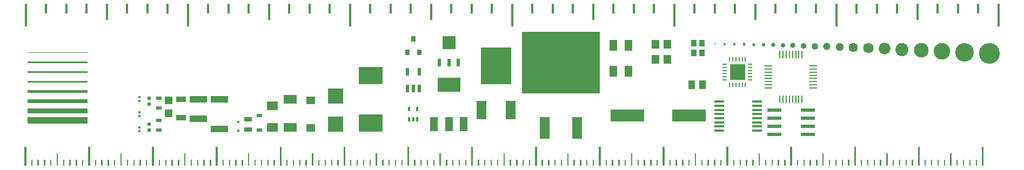
<source format=gtl>
G04*
G04 #@! TF.GenerationSoftware,Altium Limited,Altium Designer,19.0.14 (431)*
G04*
G04 Layer_Physical_Order=1*
G04 Layer_Color=255*
%FSLAX44Y44*%
%MOMM*%
G71*
G01*
G75*
%ADD17R,0.6000X0.5001*%
%ADD18R,5.3340X1.9304*%
%ADD19R,12.2001X9.7500*%
%ADD20R,1.6000X3.5001*%
%ADD21R,1.1999X1.8001*%
%ADD22R,0.5799X1.1999*%
%ADD23R,2.0000X2.0000*%
%ADD24R,0.8001X0.8999*%
%ADD25R,0.5499X1.1999*%
%ADD26R,0.4001X0.7501*%
%ADD27R,1.2192X2.2352*%
%ADD28R,3.5999X2.1999*%
%ADD29R,2.1001X1.4001*%
%ADD30R,0.8999X0.6000*%
%ADD31R,1.3000X1.1999*%
%ADD32R,1.6000X0.8999*%
%ADD33R,2.8001X1.0000*%
%ADD34R,2.8001X1.0000*%
%ADD35R,0.3500X0.3500*%
%ADD36R,1.1999X0.8001*%
%ADD37R,0.8301X0.6299*%
%ADD38R,1.8001X1.4001*%
%ADD39R,1.4699X1.2700*%
%ADD40R,2.4001X2.4001*%
%ADD41R,3.8001X2.8001*%
%ADD42R,1.6000X3.0000*%
%ADD43R,4.8260X5.7150*%
%ADD44R,1.1430X0.2540*%
%ADD45R,0.2540X1.1430*%
%ADD46R,2.2098X0.6096*%
%ADD47R,0.8001X0.2499*%
%ADD48R,0.2499X0.8001*%
%ADD49R,1.6000X0.3500*%
%ADD50R,0.3000X0.3000*%
%ADD51R,1.0000X1.4001*%
%ADD52R,0.8999X1.0500*%
%ADD53R,1.1999X1.4001*%
%ADD112C,3.2601*%
%ADD113C,2.9101*%
%ADD114C,2.5900*%
%ADD115C,2.3000*%
%ADD116C,2.0500*%
%ADD117C,1.8301*%
%ADD118C,1.6299*%
%ADD119C,1.4501*%
%ADD120C,1.2901*%
%ADD121C,1.1501*%
%ADD122C,1.0201*%
%ADD123C,0.9121*%
%ADD124C,0.8120*%
%ADD125C,0.7229*%
%ADD126C,0.6439*%
%ADD127C,0.5730*%
%ADD128C,0.5111*%
%ADD129C,0.4549*%
%ADD130C,0.4049*%
%ADD131C,0.3609*%
%ADD132C,0.3211*%
G36*
X1506451Y238999D02*
X1503449D01*
Y254000D01*
X1506451D01*
Y238999D01*
D02*
G37*
G36*
X1474701D02*
X1471699D01*
Y254000D01*
X1474701D01*
Y238999D01*
D02*
G37*
G36*
X1442951D02*
X1439949D01*
Y254000D01*
X1442951D01*
Y238999D01*
D02*
G37*
G36*
X1379451D02*
X1376449D01*
Y254000D01*
X1379451D01*
Y238999D01*
D02*
G37*
G36*
X1347701D02*
X1344699D01*
Y254000D01*
X1347701D01*
Y238999D01*
D02*
G37*
G36*
X1315951D02*
X1312949D01*
Y254000D01*
X1315951D01*
Y238999D01*
D02*
G37*
G36*
X1252451D02*
X1249449D01*
Y254000D01*
X1252451D01*
Y238999D01*
D02*
G37*
G36*
X1220701D02*
X1217699D01*
Y254000D01*
X1220701D01*
Y238999D01*
D02*
G37*
G36*
X1188951D02*
X1185949D01*
Y254000D01*
X1188951D01*
Y238999D01*
D02*
G37*
G36*
X1125451D02*
X1122449D01*
Y254000D01*
X1125451D01*
Y238999D01*
D02*
G37*
G36*
X1093701D02*
X1090699D01*
Y254000D01*
X1093701D01*
Y238999D01*
D02*
G37*
G36*
X1061951D02*
X1058949D01*
Y254000D01*
X1061951D01*
Y238999D01*
D02*
G37*
G36*
X998451D02*
X995449D01*
Y254000D01*
X998451D01*
Y238999D01*
D02*
G37*
G36*
X966701D02*
X963699D01*
Y254000D01*
X966701D01*
Y238999D01*
D02*
G37*
G36*
X934951D02*
X931949D01*
Y254000D01*
X934951D01*
Y238999D01*
D02*
G37*
G36*
X871451D02*
X868449D01*
Y254000D01*
X871451D01*
Y238999D01*
D02*
G37*
G36*
X839701D02*
X836699D01*
Y254000D01*
X839701D01*
Y238999D01*
D02*
G37*
G36*
X807951D02*
X804949D01*
Y254000D01*
X807951D01*
Y238999D01*
D02*
G37*
G36*
X744451D02*
X741449D01*
Y254000D01*
X744451D01*
Y238999D01*
D02*
G37*
G36*
X712701D02*
X709699D01*
Y254000D01*
X712701D01*
Y238999D01*
D02*
G37*
G36*
X680951D02*
X677949D01*
Y254000D01*
X680951D01*
Y238999D01*
D02*
G37*
G36*
X617451D02*
X614449D01*
Y254000D01*
X617451D01*
Y238999D01*
D02*
G37*
G36*
X585701D02*
X582699D01*
Y254000D01*
X585701D01*
Y238999D01*
D02*
G37*
G36*
X553951D02*
X550949D01*
Y254000D01*
X553951D01*
Y238999D01*
D02*
G37*
G36*
X490451D02*
X487449D01*
Y254000D01*
X490451D01*
Y238999D01*
D02*
G37*
G36*
X458701D02*
X455699D01*
Y254000D01*
X458701D01*
Y238999D01*
D02*
G37*
G36*
X426951D02*
X423949D01*
Y254000D01*
X426951D01*
Y238999D01*
D02*
G37*
G36*
X363451D02*
X360449D01*
Y254000D01*
X363451D01*
Y238999D01*
D02*
G37*
G36*
X331701D02*
X328699D01*
Y254000D01*
X331701D01*
Y238999D01*
D02*
G37*
G36*
X299951D02*
X296949D01*
Y254000D01*
X299951D01*
Y238999D01*
D02*
G37*
G36*
X236451D02*
X233449D01*
Y254000D01*
X236451D01*
Y238999D01*
D02*
G37*
G36*
X204701D02*
X201699D01*
Y254000D01*
X204701D01*
Y238999D01*
D02*
G37*
G36*
X172951D02*
X169949D01*
Y254000D01*
X172951D01*
Y238999D01*
D02*
G37*
G36*
X109451D02*
X106449D01*
Y254000D01*
X109451D01*
Y238999D01*
D02*
G37*
G36*
X77701D02*
X74699D01*
Y254000D01*
X77701D01*
Y238999D01*
D02*
G37*
G36*
X45951D02*
X42949D01*
Y254000D01*
X45951D01*
Y238999D01*
D02*
G37*
G36*
X1411201Y228999D02*
X1408199D01*
Y254000D01*
X1411201D01*
Y228999D01*
D02*
G37*
G36*
X1157201D02*
X1154199D01*
Y254000D01*
X1157201D01*
Y228999D01*
D02*
G37*
G36*
X903201D02*
X900199D01*
Y254000D01*
X903201D01*
Y228999D01*
D02*
G37*
G36*
X649201D02*
X646199D01*
Y254000D01*
X649201D01*
Y228999D01*
D02*
G37*
G36*
X395201D02*
X392199D01*
Y254000D01*
X395201D01*
Y228999D01*
D02*
G37*
G36*
X141201D02*
X138199D01*
Y254000D01*
X141201D01*
Y228999D01*
D02*
G37*
G36*
X1538201Y218999D02*
X1535199D01*
Y254000D01*
X1538201D01*
Y218999D01*
D02*
G37*
G36*
X1284201D02*
X1281199D01*
Y254000D01*
X1284201D01*
Y218999D01*
D02*
G37*
G36*
X1030201D02*
X1027199D01*
Y254000D01*
X1030201D01*
Y218999D01*
D02*
G37*
G36*
X776201D02*
X773199D01*
Y254000D01*
X776201D01*
Y218999D01*
D02*
G37*
G36*
X522201D02*
X519199D01*
Y254000D01*
X522201D01*
Y218999D01*
D02*
G37*
G36*
X268201D02*
X265199D01*
Y254000D01*
X268201D01*
Y218999D01*
D02*
G37*
G36*
X14201D02*
X11199D01*
Y254000D01*
X14201D01*
Y218999D01*
D02*
G37*
G36*
X109220Y177038D02*
X15240D01*
Y178562D01*
X109220D01*
Y177038D01*
D02*
G37*
G36*
Y161544D02*
X15240D01*
Y163576D01*
X109220D01*
Y161544D01*
D02*
G37*
G36*
Y146050D02*
X15240D01*
Y148590D01*
X109220D01*
Y146050D01*
D02*
G37*
G36*
X1139759Y135321D02*
X1115761D01*
Y159319D01*
X1139759D01*
Y135321D01*
D02*
G37*
G36*
X109220Y130556D02*
X15240D01*
Y133604D01*
X109220D01*
Y130556D01*
D02*
G37*
G36*
Y114554D02*
X15240D01*
Y119126D01*
X109220D01*
Y114554D01*
D02*
G37*
G36*
Y98298D02*
X15240D01*
Y104394D01*
X109220D01*
Y98298D01*
D02*
G37*
G36*
Y82550D02*
X15240D01*
Y90170D01*
X109220D01*
Y82550D01*
D02*
G37*
G36*
Y66040D02*
X15240D01*
Y76200D01*
X109220D01*
Y66040D01*
D02*
G37*
G36*
X1513502Y0D02*
X1510502D01*
Y30000D01*
X1513502D01*
Y0D01*
D02*
G37*
G36*
X1503002D02*
X1501000D01*
Y10000D01*
X1503002D01*
Y0D01*
D02*
G37*
G36*
X1493002D02*
X1491000D01*
Y10000D01*
X1493002D01*
Y0D01*
D02*
G37*
G36*
X1483002D02*
X1481000D01*
Y10000D01*
X1483002D01*
Y0D01*
D02*
G37*
G36*
X1473002D02*
X1471000D01*
Y10000D01*
X1473002D01*
Y0D01*
D02*
G37*
G36*
X1463002D02*
X1461000D01*
Y20000D01*
X1463002D01*
Y0D01*
D02*
G37*
G36*
X1453002D02*
X1451000D01*
Y10000D01*
X1453002D01*
Y0D01*
D02*
G37*
G36*
X1443002D02*
X1441000D01*
Y10000D01*
X1443002D01*
Y0D01*
D02*
G37*
G36*
X1433002D02*
X1431000D01*
Y10000D01*
X1433002D01*
Y0D01*
D02*
G37*
G36*
X1423002D02*
X1421001D01*
Y10000D01*
X1423002D01*
Y0D01*
D02*
G37*
G36*
X1413502D02*
X1410500D01*
Y30000D01*
X1413502D01*
Y0D01*
D02*
G37*
G36*
X1403000D02*
X1400998D01*
Y10000D01*
X1403000D01*
Y0D01*
D02*
G37*
G36*
X1393000D02*
X1390998D01*
Y10000D01*
X1393000D01*
Y0D01*
D02*
G37*
G36*
X1383000D02*
X1380998D01*
Y10000D01*
X1383000D01*
Y0D01*
D02*
G37*
G36*
X1373000D02*
X1370998D01*
Y10000D01*
X1373000D01*
Y0D01*
D02*
G37*
G36*
X1363000D02*
X1360998D01*
Y20000D01*
X1363000D01*
Y0D01*
D02*
G37*
G36*
X1353000D02*
X1350998D01*
Y10000D01*
X1353000D01*
Y0D01*
D02*
G37*
G36*
X1343000D02*
X1340998D01*
Y10000D01*
X1343000D01*
Y0D01*
D02*
G37*
G36*
X1333000D02*
X1330998D01*
Y10000D01*
X1333000D01*
Y0D01*
D02*
G37*
G36*
X1323000D02*
X1320998D01*
Y10000D01*
X1323000D01*
Y0D01*
D02*
G37*
G36*
X1313500D02*
X1310498D01*
Y30000D01*
X1313500D01*
Y0D01*
D02*
G37*
G36*
X1303000D02*
X1300998D01*
Y10000D01*
X1303000D01*
Y0D01*
D02*
G37*
G36*
X1293000D02*
X1290998D01*
Y10000D01*
X1293000D01*
Y0D01*
D02*
G37*
G36*
X1283000D02*
X1280998D01*
Y10000D01*
X1283000D01*
Y0D01*
D02*
G37*
G36*
X1273000D02*
X1270998D01*
Y10000D01*
X1273000D01*
Y0D01*
D02*
G37*
G36*
X1263000D02*
X1260998D01*
Y20000D01*
X1263000D01*
Y0D01*
D02*
G37*
G36*
X1253000D02*
X1250998D01*
Y10000D01*
X1253000D01*
Y0D01*
D02*
G37*
G36*
X1243000D02*
X1240998D01*
Y10000D01*
X1243000D01*
Y0D01*
D02*
G37*
G36*
X1233000D02*
X1230998D01*
Y10000D01*
X1233000D01*
Y0D01*
D02*
G37*
G36*
X1223000D02*
X1220998D01*
Y10000D01*
X1223000D01*
Y0D01*
D02*
G37*
G36*
X1213500D02*
X1210498D01*
Y30000D01*
X1213500D01*
Y0D01*
D02*
G37*
G36*
X1203000D02*
X1200998D01*
Y10000D01*
X1203000D01*
Y0D01*
D02*
G37*
G36*
X1193000D02*
X1190998D01*
Y10000D01*
X1193000D01*
Y0D01*
D02*
G37*
G36*
X1183000D02*
X1180998D01*
Y10000D01*
X1183000D01*
Y0D01*
D02*
G37*
G36*
X1173000D02*
X1170998D01*
Y10000D01*
X1173000D01*
Y0D01*
D02*
G37*
G36*
X1163000D02*
X1160998D01*
Y20000D01*
X1163000D01*
Y0D01*
D02*
G37*
G36*
X1153000D02*
X1150999D01*
Y10000D01*
X1153000D01*
Y0D01*
D02*
G37*
G36*
X1143000D02*
X1140999D01*
Y10000D01*
X1143000D01*
Y0D01*
D02*
G37*
G36*
X1133000D02*
X1130999D01*
Y10000D01*
X1133000D01*
Y0D01*
D02*
G37*
G36*
X1123000D02*
X1120999D01*
Y10000D01*
X1123000D01*
Y0D01*
D02*
G37*
G36*
X1113500D02*
X1110498D01*
Y30000D01*
X1113500D01*
Y0D01*
D02*
G37*
G36*
X1103000D02*
X1100999D01*
Y10000D01*
X1103000D01*
Y0D01*
D02*
G37*
G36*
X1093000D02*
X1090999D01*
Y10000D01*
X1093000D01*
Y0D01*
D02*
G37*
G36*
X1083000D02*
X1080999D01*
Y10000D01*
X1083000D01*
Y0D01*
D02*
G37*
G36*
X1073000D02*
X1070999D01*
Y10000D01*
X1073000D01*
Y0D01*
D02*
G37*
G36*
X1063000D02*
X1060999D01*
Y20000D01*
X1063000D01*
Y0D01*
D02*
G37*
G36*
X1053000D02*
X1050999D01*
Y10000D01*
X1053000D01*
Y0D01*
D02*
G37*
G36*
X1043000D02*
X1040999D01*
Y10000D01*
X1043000D01*
Y0D01*
D02*
G37*
G36*
X1033000D02*
X1030999D01*
Y10000D01*
X1033000D01*
Y0D01*
D02*
G37*
G36*
X1023000D02*
X1020999D01*
Y10000D01*
X1023000D01*
Y0D01*
D02*
G37*
G36*
X1013501D02*
X1010498D01*
Y30000D01*
X1013501D01*
Y0D01*
D02*
G37*
G36*
X1003000D02*
X1000999D01*
Y10000D01*
X1003000D01*
Y0D01*
D02*
G37*
G36*
X993000D02*
X990999D01*
Y10000D01*
X993000D01*
Y0D01*
D02*
G37*
G36*
X983000D02*
X980999D01*
Y10000D01*
X983000D01*
Y0D01*
D02*
G37*
G36*
X973000D02*
X970999D01*
Y10000D01*
X973000D01*
Y0D01*
D02*
G37*
G36*
X963000D02*
X960999D01*
Y20000D01*
X963000D01*
Y0D01*
D02*
G37*
G36*
X953000D02*
X950999D01*
Y10000D01*
X953000D01*
Y0D01*
D02*
G37*
G36*
X943000D02*
X940999D01*
Y10000D01*
X943000D01*
Y0D01*
D02*
G37*
G36*
X933000D02*
X930999D01*
Y10000D01*
X933000D01*
Y0D01*
D02*
G37*
G36*
X923000D02*
X920999D01*
Y10000D01*
X923000D01*
Y0D01*
D02*
G37*
G36*
X913501D02*
X910499D01*
Y30000D01*
X913501D01*
Y0D01*
D02*
G37*
G36*
X903000D02*
X900999D01*
Y10000D01*
X903000D01*
Y0D01*
D02*
G37*
G36*
X893000D02*
X890999D01*
Y10000D01*
X893000D01*
Y0D01*
D02*
G37*
G36*
X883000D02*
X880999D01*
Y10000D01*
X883000D01*
Y0D01*
D02*
G37*
G36*
X873000D02*
X870999D01*
Y10000D01*
X873000D01*
Y0D01*
D02*
G37*
G36*
X863001D02*
X860999D01*
Y20000D01*
X863001D01*
Y0D01*
D02*
G37*
G36*
X853001D02*
X850999D01*
Y10000D01*
X853001D01*
Y0D01*
D02*
G37*
G36*
X843001D02*
X840999D01*
Y10000D01*
X843001D01*
Y0D01*
D02*
G37*
G36*
X833001D02*
X830999D01*
Y10000D01*
X833001D01*
Y0D01*
D02*
G37*
G36*
X823001D02*
X820999D01*
Y10000D01*
X823001D01*
Y0D01*
D02*
G37*
G36*
X813501D02*
X810499D01*
Y30000D01*
X813501D01*
Y0D01*
D02*
G37*
G36*
X803001D02*
X800999D01*
Y10000D01*
X803001D01*
Y0D01*
D02*
G37*
G36*
X793001D02*
X790999D01*
Y10000D01*
X793001D01*
Y0D01*
D02*
G37*
G36*
X783001D02*
X780999D01*
Y10000D01*
X783001D01*
Y0D01*
D02*
G37*
G36*
X773001D02*
X770999D01*
Y10000D01*
X773001D01*
Y0D01*
D02*
G37*
G36*
X763001D02*
X760999D01*
Y20000D01*
X763001D01*
Y0D01*
D02*
G37*
G36*
X753001D02*
X750999D01*
Y10000D01*
X753001D01*
Y0D01*
D02*
G37*
G36*
X743001D02*
X740999D01*
Y10000D01*
X743001D01*
Y0D01*
D02*
G37*
G36*
X733001D02*
X730999D01*
Y10000D01*
X733001D01*
Y0D01*
D02*
G37*
G36*
X723001D02*
X720999D01*
Y10000D01*
X723001D01*
Y0D01*
D02*
G37*
G36*
X713501D02*
X710499D01*
Y30000D01*
X713501D01*
Y0D01*
D02*
G37*
G36*
X703001D02*
X700999D01*
Y10000D01*
X703001D01*
Y0D01*
D02*
G37*
G36*
X693001D02*
X690999D01*
Y10000D01*
X693001D01*
Y0D01*
D02*
G37*
G36*
X683001D02*
X680999D01*
Y10000D01*
X683001D01*
Y0D01*
D02*
G37*
G36*
X673001D02*
X670999D01*
Y10000D01*
X673001D01*
Y0D01*
D02*
G37*
G36*
X663001D02*
X660999D01*
Y20000D01*
X663001D01*
Y0D01*
D02*
G37*
G36*
X653001D02*
X651000D01*
Y10000D01*
X653001D01*
Y0D01*
D02*
G37*
G36*
X643001D02*
X641000D01*
Y10000D01*
X643001D01*
Y0D01*
D02*
G37*
G36*
X633001D02*
X630999D01*
Y10000D01*
X633001D01*
Y0D01*
D02*
G37*
G36*
X623001D02*
X620999D01*
Y10000D01*
X623001D01*
Y0D01*
D02*
G37*
G36*
X613501D02*
X610499D01*
Y30000D01*
X613501D01*
Y0D01*
D02*
G37*
G36*
X603001D02*
X601000D01*
Y10000D01*
X603001D01*
Y0D01*
D02*
G37*
G36*
X593001D02*
X591000D01*
Y10000D01*
X593001D01*
Y0D01*
D02*
G37*
G36*
X583001D02*
X581000D01*
Y10000D01*
X583001D01*
Y0D01*
D02*
G37*
G36*
X573001D02*
X571000D01*
Y10000D01*
X573001D01*
Y0D01*
D02*
G37*
G36*
X563001D02*
X561000D01*
Y20000D01*
X563001D01*
Y0D01*
D02*
G37*
G36*
X553001D02*
X551000D01*
Y10000D01*
X553001D01*
Y0D01*
D02*
G37*
G36*
X543001D02*
X541000D01*
Y10000D01*
X543001D01*
Y0D01*
D02*
G37*
G36*
X533001D02*
X531000D01*
Y10000D01*
X533001D01*
Y0D01*
D02*
G37*
G36*
X523001D02*
X521000D01*
Y10000D01*
X523001D01*
Y0D01*
D02*
G37*
G36*
X513502D02*
X510499D01*
Y30000D01*
X513502D01*
Y0D01*
D02*
G37*
G36*
X503001D02*
X501000D01*
Y10000D01*
X503001D01*
Y0D01*
D02*
G37*
G36*
X493001D02*
X491000D01*
Y10000D01*
X493001D01*
Y0D01*
D02*
G37*
G36*
X483001D02*
X481000D01*
Y10000D01*
X483001D01*
Y0D01*
D02*
G37*
G36*
X473001D02*
X471000D01*
Y10000D01*
X473001D01*
Y0D01*
D02*
G37*
G36*
X463001D02*
X461000D01*
Y20000D01*
X463001D01*
Y0D01*
D02*
G37*
G36*
X453001D02*
X451000D01*
Y10000D01*
X453001D01*
Y0D01*
D02*
G37*
G36*
X443001D02*
X441000D01*
Y10000D01*
X443001D01*
Y0D01*
D02*
G37*
G36*
X433001D02*
X431000D01*
Y10000D01*
X433001D01*
Y0D01*
D02*
G37*
G36*
X423001D02*
X421000D01*
Y10000D01*
X423001D01*
Y0D01*
D02*
G37*
G36*
X413502D02*
X410500D01*
Y30000D01*
X413502D01*
Y0D01*
D02*
G37*
G36*
X403002D02*
X401000D01*
Y10000D01*
X403002D01*
Y0D01*
D02*
G37*
G36*
X393002D02*
X391000D01*
Y10000D01*
X393002D01*
Y0D01*
D02*
G37*
G36*
X383002D02*
X381000D01*
Y10000D01*
X383002D01*
Y0D01*
D02*
G37*
G36*
X373002D02*
X371000D01*
Y10000D01*
X373002D01*
Y0D01*
D02*
G37*
G36*
X363002D02*
X361000D01*
Y20000D01*
X363002D01*
Y0D01*
D02*
G37*
G36*
X353002D02*
X351000D01*
Y10000D01*
X353002D01*
Y0D01*
D02*
G37*
G36*
X343002D02*
X341000D01*
Y10000D01*
X343002D01*
Y0D01*
D02*
G37*
G36*
X333002D02*
X331000D01*
Y10000D01*
X333002D01*
Y0D01*
D02*
G37*
G36*
X323002D02*
X321000D01*
Y10000D01*
X323002D01*
Y0D01*
D02*
G37*
G36*
X313502D02*
X310500D01*
Y30000D01*
X313502D01*
Y0D01*
D02*
G37*
G36*
X303002D02*
X301000D01*
Y10000D01*
X303002D01*
Y0D01*
D02*
G37*
G36*
X293002D02*
X291000D01*
Y10000D01*
X293002D01*
Y0D01*
D02*
G37*
G36*
X283002D02*
X281000D01*
Y10000D01*
X283002D01*
Y0D01*
D02*
G37*
G36*
X273002D02*
X271000D01*
Y10000D01*
X273002D01*
Y0D01*
D02*
G37*
G36*
X263002D02*
X261000D01*
Y20000D01*
X263002D01*
Y0D01*
D02*
G37*
G36*
X253002D02*
X251000D01*
Y10000D01*
X253002D01*
Y0D01*
D02*
G37*
G36*
X243002D02*
X241000D01*
Y10000D01*
X243002D01*
Y0D01*
D02*
G37*
G36*
X233002D02*
X231000D01*
Y10000D01*
X233002D01*
Y0D01*
D02*
G37*
G36*
X223002D02*
X221000D01*
Y10000D01*
X223002D01*
Y0D01*
D02*
G37*
G36*
X213502D02*
X210500D01*
Y30000D01*
X213502D01*
Y0D01*
D02*
G37*
G36*
X202999D02*
X200998D01*
Y10000D01*
X202999D01*
Y0D01*
D02*
G37*
G36*
X192999D02*
X190998D01*
Y10000D01*
X192999D01*
Y0D01*
D02*
G37*
G36*
X182999D02*
X180998D01*
Y10000D01*
X182999D01*
Y0D01*
D02*
G37*
G36*
X172999D02*
X170998D01*
Y10000D01*
X172999D01*
Y0D01*
D02*
G37*
G36*
X162999D02*
X160998D01*
Y20000D01*
X162999D01*
Y0D01*
D02*
G37*
G36*
X152999D02*
X150998D01*
Y10000D01*
X152999D01*
Y0D01*
D02*
G37*
G36*
X142999D02*
X140998D01*
Y10000D01*
X142999D01*
Y0D01*
D02*
G37*
G36*
X132999D02*
X130998D01*
Y10000D01*
X132999D01*
Y0D01*
D02*
G37*
G36*
X122999D02*
X120998D01*
Y10000D01*
X122999D01*
Y0D01*
D02*
G37*
G36*
X113500D02*
X110498D01*
Y30000D01*
X113500D01*
Y0D01*
D02*
G37*
G36*
X102999D02*
X100998D01*
Y10000D01*
X102999D01*
Y0D01*
D02*
G37*
G36*
X93000D02*
X90998D01*
Y10000D01*
X93000D01*
Y0D01*
D02*
G37*
G36*
X83000D02*
X80998D01*
Y10000D01*
X83000D01*
Y0D01*
D02*
G37*
G36*
X73000D02*
X70998D01*
Y10000D01*
X73000D01*
Y0D01*
D02*
G37*
G36*
X63000D02*
X60998D01*
Y20000D01*
X63000D01*
Y0D01*
D02*
G37*
G36*
X53000D02*
X50998D01*
Y10000D01*
X53000D01*
Y0D01*
D02*
G37*
G36*
X43000D02*
X40998D01*
Y10000D01*
X43000D01*
Y0D01*
D02*
G37*
G36*
X33000D02*
X30998D01*
Y10000D01*
X33000D01*
Y0D01*
D02*
G37*
G36*
X23000D02*
X20998D01*
Y10000D01*
X23000D01*
Y0D01*
D02*
G37*
G36*
X13500D02*
X10498D01*
Y30000D01*
X13500D01*
Y0D01*
D02*
G37*
D17*
X205740Y55959D02*
D03*
Y65961D02*
D03*
Y96599D02*
D03*
Y106601D02*
D03*
D18*
X955040Y78740D02*
D03*
X1051560D02*
D03*
D19*
X850900Y162240D02*
D03*
D20*
X876300Y59489D02*
D03*
X825500D02*
D03*
D21*
X957133Y148910D02*
D03*
X933135Y188910D02*
D03*
Y148910D02*
D03*
X957133Y188910D02*
D03*
D22*
X660639Y162339D02*
D03*
X675640D02*
D03*
X690641D02*
D03*
D23*
X675640Y193340D02*
D03*
D24*
X619760Y198961D02*
D03*
X629260Y177960D02*
D03*
X610260D02*
D03*
D25*
Y121618D02*
D03*
X619760D02*
D03*
X629260D02*
D03*
Y147622D02*
D03*
X610260D02*
D03*
D26*
X613260Y73030D02*
D03*
X619760D02*
D03*
X626260D02*
D03*
Y89530D02*
D03*
X613260D02*
D03*
D27*
X652526Y65532D02*
D03*
X675640D02*
D03*
X698754D02*
D03*
D28*
X675640Y127510D02*
D03*
D29*
X426720Y104803D02*
D03*
Y60805D02*
D03*
D30*
X220980Y91051D02*
D03*
Y106053D02*
D03*
Y56253D02*
D03*
Y71255D02*
D03*
D31*
X236220Y82210D02*
D03*
Y103210D02*
D03*
D32*
X255778Y75669D02*
D03*
Y104671D02*
D03*
D33*
X282956Y104155D02*
D03*
Y74153D02*
D03*
D34*
X316230Y58280D02*
D03*
Y104280D02*
D03*
D35*
X345440Y55227D02*
D03*
Y68725D02*
D03*
D36*
X360680Y57531D02*
D03*
Y73533D02*
D03*
D37*
X378460Y79573D02*
D03*
Y56571D02*
D03*
D38*
X398780Y60470D02*
D03*
Y94470D02*
D03*
D39*
X458724Y103035D02*
D03*
Y60033D02*
D03*
D40*
X497840Y65631D02*
D03*
Y109629D02*
D03*
D41*
X553466Y67394D02*
D03*
Y141394D02*
D03*
D42*
X726501Y87869D02*
D03*
X772099D02*
D03*
D43*
X749300Y156850D02*
D03*
D44*
X1176579Y157201D02*
D03*
Y152199D02*
D03*
Y147201D02*
D03*
Y142199D02*
D03*
Y137201D02*
D03*
Y132199D02*
D03*
Y127201D02*
D03*
Y122199D02*
D03*
X1246581D02*
D03*
Y127201D02*
D03*
Y132199D02*
D03*
Y137201D02*
D03*
Y142199D02*
D03*
Y147201D02*
D03*
Y152199D02*
D03*
Y157201D02*
D03*
D45*
X1194079Y104699D02*
D03*
X1199081D02*
D03*
X1204079D02*
D03*
X1209081D02*
D03*
X1214079D02*
D03*
X1219081D02*
D03*
X1224079D02*
D03*
X1229081D02*
D03*
Y174701D02*
D03*
X1224079D02*
D03*
X1219081D02*
D03*
X1214079D02*
D03*
X1209081D02*
D03*
X1204079D02*
D03*
X1199081D02*
D03*
X1194079D02*
D03*
D46*
X1185418Y87630D02*
D03*
Y74930D02*
D03*
Y62230D02*
D03*
Y49530D02*
D03*
X1237742D02*
D03*
Y62230D02*
D03*
Y74930D02*
D03*
Y87630D02*
D03*
D47*
X1107760Y159819D02*
D03*
Y154821D02*
D03*
Y149819D02*
D03*
Y144821D02*
D03*
Y139819D02*
D03*
Y134821D02*
D03*
X1147760D02*
D03*
Y139819D02*
D03*
Y144821D02*
D03*
Y149819D02*
D03*
Y154821D02*
D03*
Y159819D02*
D03*
D48*
X1115261Y127320D02*
D03*
X1120259D02*
D03*
X1125261D02*
D03*
X1130259D02*
D03*
X1135261D02*
D03*
X1140259D02*
D03*
Y167320D02*
D03*
X1135261D02*
D03*
X1130259D02*
D03*
X1125261D02*
D03*
X1120259D02*
D03*
X1115261D02*
D03*
D49*
X1099261Y100990D02*
D03*
Y94490D02*
D03*
Y87991D02*
D03*
Y81491D02*
D03*
Y74991D02*
D03*
Y68491D02*
D03*
Y61991D02*
D03*
Y55489D02*
D03*
X1158260D02*
D03*
Y61991D02*
D03*
Y68491D02*
D03*
Y74991D02*
D03*
Y81491D02*
D03*
Y87991D02*
D03*
Y94490D02*
D03*
Y100990D02*
D03*
D50*
X190500Y78280D02*
D03*
Y84280D02*
D03*
Y54912D02*
D03*
Y60912D02*
D03*
Y101648D02*
D03*
Y107648D02*
D03*
D51*
X1055761Y127000D02*
D03*
X1072759D02*
D03*
D52*
X1071784Y176962D02*
D03*
X1059784Y192862D02*
D03*
Y176962D02*
D03*
X1071784Y192862D02*
D03*
D53*
X998880Y166817D02*
D03*
Y190815D02*
D03*
X1017880Y166817D02*
D03*
Y190815D02*
D03*
D112*
X1522235Y176741D02*
D03*
D113*
X1483385Y178491D02*
D03*
D114*
X1447884Y180091D02*
D03*
D115*
X1415435Y181539D02*
D03*
D116*
X1385684Y182791D02*
D03*
D117*
X1358285Y183891D02*
D03*
D118*
X1332984Y184889D02*
D03*
D119*
X1309586Y185791D02*
D03*
D120*
X1287884Y186591D02*
D03*
D121*
X1267686Y187289D02*
D03*
D122*
X1248834Y187940D02*
D03*
D123*
X1231176Y188481D02*
D03*
D124*
X1214554Y188981D02*
D03*
D125*
X1198880Y189426D02*
D03*
D126*
X1183640Y189819D02*
D03*
D127*
X1168400Y190175D02*
D03*
D128*
X1153160Y190485D02*
D03*
D129*
X1137920Y190764D02*
D03*
D130*
X1122680Y191016D02*
D03*
D131*
X1107440Y191234D02*
D03*
D132*
X1092200Y191435D02*
D03*
M02*

</source>
